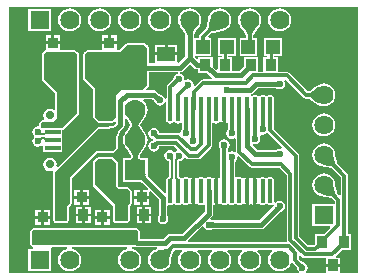
<source format=gtl>
G04*
G04 #@! TF.GenerationSoftware,Altium Limited,Altium Designer,19.1.7 (138)*
G04*
G04 Layer_Physical_Order=1*
G04 Layer_Color=255*
%FSLAX25Y25*%
%MOIN*%
G70*
G01*
G75*
%ADD11C,0.00984*%
%ADD13C,0.00787*%
%ADD16R,0.03543X0.03937*%
%ADD17R,0.04724X0.04724*%
%ADD18R,0.03740X0.03937*%
%ADD19R,0.03543X0.03740*%
%ADD20R,0.03740X0.03543*%
%ADD21R,0.05315X0.01575*%
%ADD22R,0.05906X0.07087*%
%ADD23R,0.05906X0.07480*%
%ADD24R,0.06299X0.04921*%
%ADD25R,0.03347X0.05512*%
%ADD26O,0.01575X0.08268*%
%ADD43C,0.01575*%
%ADD44C,0.01181*%
%ADD45C,0.07000*%
%ADD46R,0.07000X0.07000*%
%ADD47C,0.02756*%
%ADD48R,0.06400X0.06400*%
%ADD49C,0.06400*%
%ADD50R,0.06400X0.06400*%
%ADD51C,0.02362*%
G36*
X71553Y82108D02*
X70933Y82016D01*
X68419Y81507D01*
X68201Y81428D01*
X68041Y81351D01*
X67938Y81277D01*
X67103Y82112D01*
X67178Y82214D01*
X67255Y82375D01*
X67333Y82592D01*
X67414Y82867D01*
X67580Y83590D01*
X67843Y85106D01*
X67934Y85726D01*
X71553Y82108D01*
D02*
G37*
G36*
X63324Y82898D02*
X62173Y81106D01*
X62049Y80844D01*
X61961Y80615D01*
X61907Y80418D01*
X61890Y80254D01*
X60315D01*
X60297Y80418D01*
X60244Y80615D01*
X60155Y80844D01*
X60031Y81106D01*
X59872Y81400D01*
X59447Y82084D01*
X58880Y82898D01*
X58543Y83354D01*
X63661D01*
X63324Y82898D01*
D02*
G37*
G36*
X46063Y76811D02*
X47008Y75866D01*
X47008Y63583D01*
X45295Y61870D01*
X38333D01*
X36614Y60152D01*
Y52918D01*
X35350Y51653D01*
X30900Y51653D01*
X29528Y53026D01*
X29528Y62441D01*
X26260Y65709D01*
Y73740D01*
X26969Y74449D01*
X37913Y74449D01*
X40276Y76811D01*
X46063Y76811D01*
D02*
G37*
G36*
X57662Y64539D02*
X57548Y64520D01*
X57437Y64494D01*
X57330Y64462D01*
X57227Y64424D01*
X57127Y64380D01*
X57032Y64329D01*
X56941Y64273D01*
X56853Y64210D01*
X56769Y64142D01*
X56689Y64067D01*
X55854Y64902D01*
X55929Y64982D01*
X55998Y65065D01*
X56060Y65153D01*
X56117Y65245D01*
X56167Y65340D01*
X56211Y65439D01*
X56249Y65542D01*
X56281Y65649D01*
X56307Y65760D01*
X56327Y65875D01*
X57662Y64539D01*
D02*
G37*
G36*
X62440Y69271D02*
X62901Y68963D01*
X63445Y68855D01*
X63921D01*
Y67701D01*
X66864D01*
X68597Y65968D01*
X68390Y65468D01*
X65606D01*
X65139Y65375D01*
X64743Y65111D01*
X62988Y63355D01*
X62527Y63602D01*
X62531Y63622D01*
X62392Y64319D01*
X61997Y64911D01*
X61406Y65306D01*
X60709Y65444D01*
X60011Y65306D01*
X59708Y65103D01*
X59258Y65404D01*
X59319Y65709D01*
X59180Y66406D01*
X58785Y66997D01*
X58193Y67392D01*
X57808Y67469D01*
X57857Y67969D01*
X57874D01*
X58418Y68077D01*
X58879Y68385D01*
X61102Y70609D01*
X62440Y69271D01*
D02*
G37*
G36*
X90393Y62977D02*
X90347Y63007D01*
X90291Y63033D01*
X90226Y63057D01*
X90152Y63077D01*
X90069Y63095D01*
X89976Y63109D01*
X89763Y63128D01*
X89513Y63134D01*
Y64709D01*
X89643Y64710D01*
X89976Y64734D01*
X90069Y64748D01*
X90152Y64765D01*
X90226Y64786D01*
X90291Y64809D01*
X90347Y64836D01*
X90393Y64866D01*
Y62977D01*
D02*
G37*
G36*
X60795Y62444D02*
X60666Y62431D01*
X60543Y62412D01*
X60426Y62386D01*
X60314Y62354D01*
X60209Y62315D01*
X60109Y62270D01*
X60014Y62219D01*
X59926Y62161D01*
X59843Y62096D01*
X59766Y62025D01*
X59037Y62966D01*
X59116Y63050D01*
X59257Y63221D01*
X59318Y63309D01*
X59372Y63398D01*
X59421Y63489D01*
X59463Y63581D01*
X59500Y63675D01*
X59530Y63770D01*
X59553Y63867D01*
X60795Y62444D01*
D02*
G37*
G36*
X74457Y62785D02*
X74512Y62758D01*
X74577Y62734D01*
X74651Y62714D01*
X74735Y62697D01*
X74827Y62683D01*
X75040Y62664D01*
X75290Y62657D01*
Y61083D01*
X75160Y61081D01*
X74827Y61058D01*
X74735Y61043D01*
X74651Y61026D01*
X74577Y61006D01*
X74512Y60982D01*
X74457Y60956D01*
X74410Y60926D01*
Y62814D01*
X74457Y62785D01*
D02*
G37*
G36*
X57184Y67469D02*
X56799Y67392D01*
X56207Y66997D01*
X55812Y66406D01*
X55751Y66099D01*
X55680Y65986D01*
X55664Y65890D01*
X55647Y65818D01*
X55626Y65750D01*
X55603Y65687D01*
X55576Y65627D01*
X55547Y65570D01*
X55514Y65517D01*
X55476Y65465D01*
X55435Y65415D01*
X55375Y65351D01*
X55353Y65291D01*
X53842Y63780D01*
X53577Y63384D01*
X53484Y62917D01*
Y59501D01*
X53392Y59363D01*
X53332Y59060D01*
X52822Y59060D01*
X52786Y59241D01*
X52391Y59832D01*
X51800Y60227D01*
X51507Y60285D01*
X51464Y60315D01*
X51432Y60343D01*
X51414Y60350D01*
X51408Y60354D01*
X51399Y60356D01*
X51395Y60358D01*
X51370Y60372D01*
X51331Y60398D01*
X51291Y60427D01*
X51073Y60616D01*
X50994Y60693D01*
X50941Y60715D01*
X50292Y61363D01*
X49831Y61671D01*
X49288Y61779D01*
X46786D01*
X46594Y62241D01*
X47472Y63119D01*
X47664Y63583D01*
Y67969D01*
X57135D01*
X57184Y67469D01*
D02*
G37*
G36*
X50628Y60133D02*
X50880Y59914D01*
X50956Y59859D01*
X51027Y59812D01*
X51094Y59774D01*
X51157Y59745D01*
X51215Y59724D01*
X51269Y59713D01*
X49933Y58377D01*
X49921Y58431D01*
X49901Y58489D01*
X49872Y58552D01*
X49834Y58619D01*
X49787Y58690D01*
X49731Y58765D01*
X49594Y58929D01*
X49422Y59110D01*
X50536Y60224D01*
X50628Y60133D01*
D02*
G37*
G36*
X103866Y57717D02*
X103363Y58091D01*
X101225Y59508D01*
X101015Y59606D01*
X100848Y59665D01*
X100722Y59685D01*
Y60866D01*
X100848Y60886D01*
X101015Y60945D01*
X101225Y61043D01*
X101476Y61181D01*
X102105Y61575D01*
X103363Y62460D01*
X103866Y62834D01*
Y57717D01*
D02*
G37*
G36*
X117291Y819D02*
X111732D01*
X111268Y905D01*
X111268Y1319D01*
Y2980D01*
X108898D01*
X106527D01*
X106527Y905D01*
X106063Y819D01*
X99919D01*
X99767Y1319D01*
X99989Y1467D01*
X100384Y2059D01*
X100523Y2756D01*
X100384Y3453D01*
X99989Y4045D01*
X99398Y4440D01*
X99091Y4501D01*
X98978Y4572D01*
X98882Y4589D01*
X98810Y4605D01*
X98742Y4625D01*
X98679Y4649D01*
X98619Y4676D01*
X98563Y4705D01*
X98509Y4738D01*
X98457Y4775D01*
X98407Y4817D01*
X98343Y4877D01*
X98283Y4899D01*
X97544Y5638D01*
Y6691D01*
X98006Y6882D01*
X98625Y6263D01*
X99021Y5999D01*
X99488Y5906D01*
X106527D01*
Y3965D01*
X108898D01*
X111268D01*
Y6039D01*
X110069D01*
X109862Y6539D01*
X111999Y8677D01*
X115030D01*
Y13827D01*
X113872D01*
Y33411D01*
X113779Y33878D01*
X113514Y34274D01*
X110325Y37464D01*
X110317Y37498D01*
X110278Y37552D01*
X110241Y37628D01*
X110190Y37769D01*
X109694Y40219D01*
X109605Y40822D01*
X109540Y40929D01*
X109496Y41269D01*
X109112Y42195D01*
X108502Y42990D01*
X107707Y43600D01*
X106781Y43984D01*
X105787Y44115D01*
X104794Y43984D01*
X103868Y43600D01*
X103073Y42990D01*
X102463Y42195D01*
X102079Y41269D01*
X101948Y40276D01*
X102079Y39282D01*
X102463Y38356D01*
X103073Y37561D01*
X103868Y36951D01*
X104794Y36567D01*
X105134Y36522D01*
X105241Y36458D01*
X105853Y36368D01*
X107343Y36109D01*
X108030Y35952D01*
X108267Y35882D01*
X108435Y35822D01*
X108511Y35785D01*
X108565Y35746D01*
X108599Y35738D01*
X111431Y32906D01*
Y27011D01*
X110969Y26819D01*
X110325Y27463D01*
X110317Y27498D01*
X110278Y27552D01*
X110241Y27628D01*
X110190Y27770D01*
X109694Y30219D01*
X109605Y30822D01*
X109540Y30929D01*
X109496Y31269D01*
X109112Y32195D01*
X108502Y32990D01*
X107707Y33600D01*
X106781Y33984D01*
X105787Y34115D01*
X104794Y33984D01*
X103868Y33600D01*
X103073Y32990D01*
X102463Y32195D01*
X102079Y31269D01*
X101948Y30276D01*
X102079Y29282D01*
X102463Y28356D01*
X103073Y27561D01*
X103868Y26951D01*
X104794Y26567D01*
X105134Y26522D01*
X105241Y26458D01*
X105853Y26368D01*
X107343Y26109D01*
X108030Y25951D01*
X108267Y25882D01*
X108435Y25822D01*
X108511Y25785D01*
X108565Y25746D01*
X108599Y25738D01*
X109488Y24849D01*
Y24082D01*
X101981D01*
Y16469D01*
X107785D01*
X107976Y16007D01*
X105796Y13827D01*
X102766D01*
Y10403D01*
X102497Y10134D01*
X100734D01*
X97732Y13136D01*
Y39906D01*
X97639Y40372D01*
X97375Y40768D01*
X89193Y48950D01*
Y51444D01*
X89285Y51582D01*
X89394Y52126D01*
Y58819D01*
X89285Y59363D01*
X88977Y59824D01*
X88516Y60132D01*
X87972Y60240D01*
X87429Y60132D01*
X86968Y59824D01*
X86943Y59786D01*
X86443D01*
X86418Y59824D01*
X85957Y60132D01*
X85413Y60240D01*
X84869Y60132D01*
X84408Y59824D01*
X84384Y59787D01*
X83884D01*
X83859Y59824D01*
X83398Y60132D01*
X82854Y60240D01*
X82310Y60132D01*
X81849Y59824D01*
X81429Y59988D01*
X81614Y60518D01*
X81813Y60557D01*
X82274Y60865D01*
X83909Y62500D01*
X89446D01*
X89497Y62478D01*
X89726Y62472D01*
X89897Y62457D01*
X89952Y62449D01*
X89998Y62439D01*
X90027Y62431D01*
X90030Y62430D01*
X90038Y62425D01*
X90045Y62423D01*
X90063Y62415D01*
X90105Y62413D01*
X90157Y62403D01*
X90405Y62238D01*
X91102Y62099D01*
X91800Y62238D01*
X92391Y62633D01*
X92786Y63224D01*
X92925Y63921D01*
X92786Y64619D01*
X92713Y64728D01*
X92946Y65279D01*
X93155Y65318D01*
X99061Y59413D01*
X99457Y59148D01*
X99924Y59055D01*
X100590D01*
X100621Y59037D01*
X100687Y59026D01*
X100766Y58998D01*
X100902Y58934D01*
X102985Y57554D01*
X103474Y57190D01*
X103596Y57160D01*
X103868Y56951D01*
X104794Y56567D01*
X105787Y56437D01*
X106781Y56567D01*
X107707Y56951D01*
X108502Y57561D01*
X109112Y58356D01*
X109496Y59282D01*
X109626Y60276D01*
X109496Y61269D01*
X109112Y62195D01*
X108502Y62990D01*
X107707Y63600D01*
X106781Y63984D01*
X105787Y64115D01*
X104794Y63984D01*
X103868Y63600D01*
X103596Y63392D01*
X103474Y63361D01*
X102978Y62992D01*
X101741Y62121D01*
X101144Y61747D01*
X100927Y61629D01*
X100766Y61553D01*
X100687Y61525D01*
X100621Y61515D01*
X100590Y61496D01*
X100429D01*
X94291Y67634D01*
X93895Y67899D01*
X93428Y67992D01*
X90567D01*
Y72851D01*
X89210D01*
Y73370D01*
X91945D01*
Y79307D01*
X86008D01*
Y73370D01*
X86971D01*
Y72851D01*
X85614D01*
Y67992D01*
X84071D01*
Y72851D01*
X79118D01*
Y69710D01*
X77600Y68193D01*
X75370D01*
Y72851D01*
X74014D01*
Y73370D01*
X76669D01*
Y79307D01*
X70732D01*
Y73370D01*
X71774D01*
Y72851D01*
X70417D01*
Y68874D01*
X69917Y68667D01*
X68874Y69710D01*
Y72851D01*
X63921D01*
Y72462D01*
X63459Y72271D01*
X62860Y72870D01*
X63067Y73370D01*
X68402D01*
Y79307D01*
X67513D01*
X67321Y79769D01*
X68290Y80738D01*
X68325Y80746D01*
X68379Y80786D01*
X68455Y80822D01*
X68596Y80873D01*
X71046Y81370D01*
X71649Y81458D01*
X71756Y81523D01*
X72096Y81567D01*
X73022Y81951D01*
X73817Y82561D01*
X74427Y83356D01*
X74811Y84282D01*
X74941Y85276D01*
X74811Y86269D01*
X74427Y87195D01*
X73817Y87990D01*
X73022Y88600D01*
X72096Y88984D01*
X71102Y89115D01*
X70109Y88984D01*
X69183Y88600D01*
X68388Y87990D01*
X67778Y87195D01*
X67394Y86269D01*
X67349Y85929D01*
X67285Y85822D01*
X67195Y85210D01*
X66936Y83720D01*
X66778Y83033D01*
X66709Y82796D01*
X66649Y82628D01*
X66612Y82552D01*
X66573Y82498D01*
X66565Y82464D01*
X64609Y80509D01*
X64345Y80113D01*
X64252Y79646D01*
Y79307D01*
X62523D01*
Y80149D01*
X62542Y80184D01*
X62554Y80297D01*
X62585Y80411D01*
X62652Y80585D01*
X62748Y80787D01*
X63865Y82526D01*
X64189Y82964D01*
X64219Y83085D01*
X64427Y83356D01*
X64811Y84282D01*
X64941Y85276D01*
X64811Y86269D01*
X64427Y87195D01*
X63817Y87990D01*
X63022Y88600D01*
X62096Y88984D01*
X61102Y89115D01*
X60109Y88984D01*
X59183Y88600D01*
X58388Y87990D01*
X57778Y87195D01*
X57394Y86269D01*
X57263Y85276D01*
X57394Y84282D01*
X57778Y83356D01*
X57986Y83085D01*
X58016Y82964D01*
X58347Y82516D01*
X58899Y81724D01*
X59304Y81070D01*
X59446Y80809D01*
X59552Y80585D01*
X59619Y80411D01*
X59650Y80297D01*
X59662Y80184D01*
X59681Y80149D01*
Y73207D01*
X57516Y71041D01*
X57016Y71249D01*
Y73524D01*
X53268D01*
X49520D01*
Y71311D01*
X49520Y70957D01*
X49080Y70811D01*
X47664D01*
Y75866D01*
X47472Y76330D01*
X47181Y76621D01*
Y77083D01*
X46719D01*
X46527Y77275D01*
X46063Y77467D01*
X40276Y77467D01*
X39812Y77275D01*
X37642Y75105D01*
X37214D01*
X36740Y75169D01*
X36740Y75605D01*
Y77146D01*
X32000D01*
Y75605D01*
X31527Y75105D01*
X26969D01*
X26504Y74913D01*
X26292Y74701D01*
X26067D01*
Y74475D01*
X25796Y74204D01*
X25604Y73740D01*
Y65709D01*
X25796Y65245D01*
X28871Y62169D01*
X28871Y53026D01*
X29063Y52562D01*
X30435Y51190D01*
X30900Y50997D01*
X35350Y50997D01*
X35814Y51190D01*
X36143Y51518D01*
X36604Y51327D01*
Y50858D01*
X36001Y50255D01*
X35966Y50245D01*
X35878Y50176D01*
X35769Y50117D01*
X35579Y50038D01*
X35338Y49957D01*
X33059Y49482D01*
X33014Y49475D01*
X30591Y49475D01*
X30127Y49283D01*
X17115Y36271D01*
X16654Y36518D01*
X16771Y37106D01*
X16602Y37957D01*
X16120Y38679D01*
X15398Y39161D01*
X14547Y39330D01*
X13696Y39161D01*
X12975Y38679D01*
X12493Y37957D01*
X12323Y37106D01*
X12493Y36255D01*
X12975Y35534D01*
X13696Y35052D01*
X14547Y34883D01*
X15287Y35030D01*
X15560Y34797D01*
X15664Y34634D01*
X15604Y34488D01*
Y18465D01*
X15796Y18000D01*
X15837Y17960D01*
Y17693D01*
X16103D01*
X16150Y17646D01*
X16614Y17454D01*
X19803Y17454D01*
X20267Y17646D01*
X20314Y17693D01*
X20593D01*
Y17971D01*
X20621Y18000D01*
X20814Y18465D01*
Y22878D01*
X21566Y23630D01*
X21758Y24094D01*
X21758Y32484D01*
X30311Y41037D01*
X35590D01*
X36055Y41229D01*
X37078Y42252D01*
X37270Y42717D01*
X37270Y45481D01*
X37333Y45883D01*
X37521Y46843D01*
X37708Y47568D01*
X37794Y47823D01*
X37873Y48013D01*
X37932Y48122D01*
X38001Y48210D01*
X38011Y48245D01*
X39030Y49265D01*
X39338Y49726D01*
X39446Y50270D01*
Y52290D01*
X39946Y52452D01*
X40419Y51804D01*
X40965Y50993D01*
X41345Y50348D01*
X41381Y50276D01*
X41352Y50217D01*
X40076Y48269D01*
X39705Y47768D01*
X39675Y47647D01*
X39445Y47346D01*
X39031Y46348D01*
X38890Y45276D01*
X39031Y44204D01*
X39445Y43205D01*
X39674Y42906D01*
X39702Y42787D01*
X40419Y41804D01*
X40965Y40993D01*
X41345Y40348D01*
X41465Y40107D01*
X41544Y39917D01*
X41562Y39857D01*
X41561Y39849D01*
X41531Y39668D01*
X41495Y39532D01*
X41459Y39444D01*
X41438Y39410D01*
X41388Y39404D01*
X41346Y39382D01*
X38925D01*
Y31169D01*
X44141D01*
X44190Y31139D01*
X44243Y31152D01*
X44292Y31131D01*
X44384Y31169D01*
X44887D01*
X45011Y31099D01*
X45217Y30955D01*
X45756Y30499D01*
X46064Y30202D01*
X46116Y30181D01*
X47325Y28972D01*
X47118Y28472D01*
X45650D01*
Y26594D01*
X47626D01*
Y27964D01*
X48126Y28172D01*
X50823Y25474D01*
Y20638D01*
X50801Y20588D01*
X50795Y20359D01*
X50780Y20187D01*
X50771Y20132D01*
X50762Y20087D01*
X50754Y20058D01*
X50753Y20054D01*
X50748Y20046D01*
X50746Y20040D01*
X50738Y20022D01*
X50735Y19979D01*
X50726Y19928D01*
X50560Y19680D01*
X50422Y18982D01*
X50560Y18285D01*
X50955Y17694D01*
X51547Y17299D01*
X52244Y17160D01*
X52941Y17299D01*
X53533Y17694D01*
X53928Y18285D01*
X54066Y18982D01*
X53928Y19680D01*
X53762Y19928D01*
X53753Y19979D01*
X53750Y20022D01*
X53742Y20040D01*
X53741Y20046D01*
X53736Y20054D01*
X53734Y20058D01*
X53726Y20087D01*
X53717Y20132D01*
X53709Y20181D01*
X53689Y20469D01*
X53688Y20579D01*
X53665Y20632D01*
Y23378D01*
X54161Y23648D01*
X54705Y23540D01*
X55248Y23648D01*
X55674Y23932D01*
X55825Y23993D01*
X56144D01*
X56295Y23932D01*
X56720Y23648D01*
X57264Y23540D01*
X57807Y23648D01*
X58233Y23932D01*
X58384Y23993D01*
X58703D01*
X58854Y23932D01*
X59279Y23648D01*
X59823Y23540D01*
X60367Y23648D01*
X60798Y23936D01*
X60941Y24000D01*
X61357D01*
X61383Y23962D01*
X61841Y23655D01*
X61890Y23646D01*
Y28307D01*
Y32969D01*
X61841Y32959D01*
X61383Y32653D01*
X61357Y32614D01*
X60941D01*
X60798Y32678D01*
X60367Y32967D01*
X59823Y33075D01*
X59279Y32967D01*
X58854Y32682D01*
X58703Y32621D01*
X58384D01*
X58233Y32682D01*
X57807Y32967D01*
X57701Y32988D01*
Y33736D01*
X57728Y33875D01*
Y38302D01*
X58193Y38395D01*
X58785Y38790D01*
X59157Y39348D01*
X59249Y39424D01*
X59663Y39549D01*
X59996Y39216D01*
X60392Y38951D01*
X60859Y38858D01*
X64016D01*
X64483Y38951D01*
X64879Y39216D01*
X68363Y42700D01*
X68627Y43096D01*
X68720Y43563D01*
Y50789D01*
X68722Y50790D01*
X69220Y51010D01*
X69515Y50813D01*
X70059Y50705D01*
X70603Y50813D01*
X71035Y51101D01*
X71177Y51165D01*
X71593D01*
X71619Y51127D01*
X72077Y50820D01*
X72126Y50811D01*
Y55472D01*
X73110D01*
Y50811D01*
X73159Y50820D01*
X73457Y51020D01*
X73947Y50808D01*
X73957Y50798D01*
Y49251D01*
X73931Y49194D01*
X73928Y49106D01*
X73922Y49041D01*
X73911Y48979D01*
X73896Y48917D01*
X73878Y48856D01*
X73854Y48795D01*
X73826Y48734D01*
X73792Y48672D01*
X73753Y48608D01*
X73697Y48529D01*
X73667Y48399D01*
X73493Y48138D01*
X73355Y47441D01*
X73493Y46744D01*
X73888Y46152D01*
X74480Y45757D01*
X75177Y45619D01*
X75875Y45757D01*
X76016Y45852D01*
X76516Y45584D01*
Y41509D01*
X76281Y41317D01*
X76043Y41224D01*
X75875Y41336D01*
X75177Y41475D01*
X74480Y41336D01*
X74338Y41242D01*
X73838Y41509D01*
Y41811D01*
X73865Y41869D01*
X73867Y41957D01*
X73874Y42022D01*
X73884Y42084D01*
X73899Y42146D01*
X73918Y42207D01*
X73941Y42268D01*
X73969Y42329D01*
X74003Y42391D01*
X74042Y42454D01*
X74098Y42534D01*
X74128Y42664D01*
X74302Y42925D01*
X74440Y43622D01*
X74302Y44319D01*
X73907Y44911D01*
X73316Y45306D01*
X72618Y45445D01*
X71921Y45306D01*
X71329Y44911D01*
X70934Y44319D01*
X70796Y43622D01*
X70934Y42925D01*
X71108Y42664D01*
X71138Y42534D01*
X71194Y42454D01*
X71233Y42391D01*
X71267Y42329D01*
X71295Y42268D01*
X71319Y42207D01*
X71337Y42146D01*
X71352Y42084D01*
X71363Y42022D01*
X71369Y41957D01*
X71372Y41869D01*
X71398Y41811D01*
Y32982D01*
X71388Y32972D01*
X70898Y32760D01*
X70600Y32959D01*
X70551Y32969D01*
Y28307D01*
Y23646D01*
X70600Y23655D01*
X71058Y23962D01*
X71084Y24000D01*
X71500D01*
X71643Y23936D01*
X72074Y23648D01*
X72618Y23540D01*
X73162Y23648D01*
X73587Y23932D01*
X73738Y23993D01*
X74057D01*
X74208Y23932D01*
X74633Y23648D01*
X75177Y23540D01*
X75721Y23648D01*
X76146Y23932D01*
X76297Y23993D01*
X76616D01*
X76767Y23932D01*
X77192Y23648D01*
X77736Y23540D01*
X78280Y23648D01*
X78712Y23936D01*
X78854Y24000D01*
X79271D01*
X79296Y23962D01*
X79755Y23655D01*
X79803Y23646D01*
Y28307D01*
Y32969D01*
X79755Y32959D01*
X79296Y32653D01*
X79271Y32614D01*
X78854D01*
X78712Y32678D01*
X78280Y32967D01*
X77736Y33075D01*
X77192Y32967D01*
X76897Y32769D01*
X76399Y32989D01*
X76397Y32991D01*
Y37842D01*
X76424Y37900D01*
X76426Y37988D01*
X76433Y38052D01*
X76443Y38115D01*
X76458Y38177D01*
X76477Y38238D01*
X76500Y38298D01*
X76528Y38360D01*
X76562Y38422D01*
X76601Y38485D01*
X76657Y38564D01*
X76687Y38695D01*
X76861Y38955D01*
X76999Y39653D01*
X76985Y39727D01*
X77446Y39974D01*
X81058Y36362D01*
X81453Y36097D01*
X81920Y36004D01*
X90932D01*
X93504Y33432D01*
Y11890D01*
X93561Y11602D01*
X93256Y11102D01*
X60605D01*
X60580Y11133D01*
X60423Y11602D01*
X65345Y16524D01*
X65824Y16379D01*
X65836Y16316D01*
X66231Y15725D01*
X66822Y15330D01*
X67520Y15191D01*
X68217Y15330D01*
X68465Y15496D01*
X68517Y15505D01*
X68559Y15507D01*
X68577Y15516D01*
X68584Y15517D01*
X68591Y15522D01*
X68595Y15524D01*
X68624Y15531D01*
X68669Y15541D01*
X68719Y15549D01*
X69006Y15569D01*
X69117Y15570D01*
X69169Y15593D01*
X84966D01*
X85510Y15701D01*
X85971Y16009D01*
X90936Y20974D01*
X90988Y20994D01*
X91154Y21152D01*
X91286Y21262D01*
X91331Y21295D01*
X91370Y21321D01*
X91395Y21335D01*
X91399Y21337D01*
X91408Y21339D01*
X91414Y21343D01*
X91432Y21349D01*
X91464Y21378D01*
X91507Y21408D01*
X91800Y21466D01*
X92391Y21861D01*
X92786Y22452D01*
X92925Y23150D01*
X92786Y23847D01*
X92391Y24438D01*
X91800Y24833D01*
X91102Y24972D01*
X90405Y24833D01*
X89814Y24438D01*
X89793Y24408D01*
X89322Y24603D01*
X89394Y24961D01*
Y31654D01*
X89285Y32197D01*
X88977Y32658D01*
X88516Y32967D01*
X87972Y33075D01*
X87429Y32967D01*
X87003Y32682D01*
X86853Y32621D01*
X86533D01*
X86382Y32682D01*
X85957Y32967D01*
X85413Y33075D01*
X84869Y32967D01*
X84438Y32678D01*
X84295Y32614D01*
X83879D01*
X83853Y32653D01*
X83395Y32959D01*
X83346Y32969D01*
Y28307D01*
Y23646D01*
X83395Y23655D01*
X83853Y23962D01*
X83879Y24000D01*
X84295D01*
X84438Y23936D01*
X84869Y23648D01*
X85413Y23540D01*
X85957Y23648D01*
X86382Y23932D01*
X86533Y23993D01*
X86853D01*
X87003Y23932D01*
X87429Y23648D01*
X87972Y23540D01*
X88516Y23648D01*
X88623Y23719D01*
X88651Y23724D01*
X88753Y23717D01*
X89151Y23471D01*
X89144Y23252D01*
X89029Y23120D01*
X88952Y23041D01*
X88931Y22988D01*
X84378Y18435D01*
X69176D01*
X69125Y18457D01*
X68896Y18463D01*
X68725Y18478D01*
X68669Y18487D01*
X68624Y18496D01*
X68595Y18504D01*
X68591Y18505D01*
X68584Y18510D01*
X68577Y18511D01*
X68559Y18520D01*
X68517Y18522D01*
X68465Y18532D01*
X68217Y18698D01*
X68154Y18710D01*
X68009Y19188D01*
X68505Y19684D01*
X68813Y20145D01*
X68921Y20689D01*
Y23453D01*
X69421Y23720D01*
X69518Y23655D01*
X69567Y23646D01*
Y28307D01*
Y32969D01*
X69518Y32959D01*
X69060Y32653D01*
X69034Y32614D01*
X68618D01*
X68476Y32678D01*
X68044Y32967D01*
X67500Y33075D01*
X66956Y32967D01*
X66531Y32682D01*
X66380Y32621D01*
X66061D01*
X65910Y32682D01*
X65485Y32967D01*
X64941Y33075D01*
X64397Y32967D01*
X63965Y32678D01*
X63823Y32614D01*
X63407D01*
X63381Y32653D01*
X62923Y32959D01*
X62874Y32969D01*
Y28307D01*
Y23646D01*
X62923Y23655D01*
X63381Y23962D01*
X63407Y24000D01*
X63823D01*
X63965Y23936D01*
X64397Y23648D01*
X64941Y23540D01*
X65485Y23648D01*
X65579Y23711D01*
X66079Y23444D01*
Y21277D01*
X58711Y13909D01*
X54654D01*
X54110Y13801D01*
X53649Y13493D01*
X52482Y12326D01*
X44711D01*
Y14606D01*
X44519Y15070D01*
X43968Y15621D01*
X43504Y15814D01*
X9055Y15814D01*
X9055Y15814D01*
X8591Y15621D01*
X8158Y15189D01*
X7966Y14724D01*
X7966Y10590D01*
X8158Y10126D01*
X8591Y9693D01*
X8860Y9582D01*
X8761Y9082D01*
X7296D01*
Y1469D01*
X14909D01*
Y9001D01*
X14909Y9082D01*
X15104Y9501D01*
X20207D01*
X20239Y9001D01*
X20109Y8984D01*
X19183Y8601D01*
X18388Y7990D01*
X17777Y7195D01*
X17394Y6269D01*
X17263Y5276D01*
X17394Y4282D01*
X17777Y3356D01*
X18388Y2561D01*
X19183Y1951D01*
X20109Y1567D01*
X21102Y1437D01*
X22096Y1567D01*
X23022Y1951D01*
X23817Y2561D01*
X24427Y3356D01*
X24811Y4282D01*
X24941Y5276D01*
X24811Y6269D01*
X24427Y7195D01*
X23817Y7990D01*
X23022Y8601D01*
X22096Y8984D01*
X21965Y9001D01*
X21998Y9501D01*
X40207D01*
X40239Y9001D01*
X40109Y8984D01*
X39183Y8601D01*
X38388Y7990D01*
X37778Y7195D01*
X37394Y6269D01*
X37263Y5276D01*
X37394Y4282D01*
X37778Y3356D01*
X38388Y2561D01*
X39183Y1951D01*
X40109Y1567D01*
X41102Y1437D01*
X42096Y1567D01*
X43022Y1951D01*
X43817Y2561D01*
X44427Y3356D01*
X44811Y4282D01*
X44941Y5276D01*
X44811Y6269D01*
X44427Y7195D01*
X43817Y7990D01*
X43022Y8601D01*
X42096Y8984D01*
X41965Y9001D01*
X41998Y9501D01*
X43543D01*
X43557Y9507D01*
X43669Y9484D01*
X50080D01*
X50112Y8985D01*
X50109Y8984D01*
X49183Y8601D01*
X48388Y7990D01*
X47778Y7195D01*
X47394Y6269D01*
X47263Y5276D01*
X47394Y4282D01*
X47778Y3356D01*
X48388Y2561D01*
X49183Y1951D01*
X50109Y1567D01*
X51102Y1437D01*
X52096Y1567D01*
X53022Y1951D01*
X53817Y2561D01*
X54427Y3356D01*
X54811Y4282D01*
X54855Y4622D01*
X54920Y4730D01*
X55010Y5341D01*
X55268Y6831D01*
X55426Y7518D01*
X55496Y7756D01*
X55556Y7923D01*
X55593Y7999D01*
X55632Y8053D01*
X55640Y8088D01*
X56214Y8662D01*
X58441D01*
X58611Y8162D01*
X58388Y7990D01*
X57778Y7195D01*
X57394Y6269D01*
X57263Y5276D01*
X57394Y4282D01*
X57778Y3356D01*
X58388Y2561D01*
X59183Y1951D01*
X60109Y1567D01*
X61102Y1437D01*
X62096Y1567D01*
X63022Y1951D01*
X63817Y2561D01*
X64427Y3356D01*
X64811Y4282D01*
X64941Y5276D01*
X64811Y6269D01*
X64427Y7195D01*
X63817Y7990D01*
X63594Y8162D01*
X63764Y8662D01*
X68441D01*
X68611Y8162D01*
X68388Y7990D01*
X67778Y7195D01*
X67394Y6269D01*
X67263Y5276D01*
X67394Y4282D01*
X67778Y3356D01*
X68388Y2561D01*
X69183Y1951D01*
X70109Y1567D01*
X71102Y1437D01*
X72096Y1567D01*
X73022Y1951D01*
X73817Y2561D01*
X74427Y3356D01*
X74811Y4282D01*
X74941Y5276D01*
X74811Y6269D01*
X74427Y7195D01*
X73817Y7990D01*
X73594Y8162D01*
X73764Y8662D01*
X78441D01*
X78611Y8162D01*
X78388Y7990D01*
X77777Y7195D01*
X77394Y6269D01*
X77263Y5276D01*
X77394Y4282D01*
X77777Y3356D01*
X78388Y2561D01*
X79183Y1951D01*
X80109Y1567D01*
X81102Y1437D01*
X82096Y1567D01*
X83022Y1951D01*
X83817Y2561D01*
X84427Y3356D01*
X84811Y4282D01*
X84941Y5276D01*
X84811Y6269D01*
X84427Y7195D01*
X83817Y7990D01*
X83594Y8162D01*
X83764Y8662D01*
X88441D01*
X88611Y8162D01*
X88388Y7990D01*
X87778Y7195D01*
X87394Y6269D01*
X87263Y5276D01*
X87394Y4282D01*
X87778Y3356D01*
X88388Y2561D01*
X89183Y1951D01*
X90109Y1567D01*
X91102Y1437D01*
X92096Y1567D01*
X93022Y1951D01*
X93817Y2561D01*
X94427Y3356D01*
X94811Y4282D01*
X94817Y4333D01*
X95338Y4455D01*
X95461Y4270D01*
X96558Y3173D01*
X96580Y3114D01*
X96640Y3050D01*
X96681Y3000D01*
X96718Y2948D01*
X96751Y2894D01*
X96781Y2838D01*
X96808Y2778D01*
X96831Y2715D01*
X96851Y2647D01*
X96868Y2575D01*
X96885Y2479D01*
X96956Y2365D01*
X97017Y2059D01*
X97412Y1467D01*
X97634Y1319D01*
X97483Y819D01*
X819D01*
Y89732D01*
X117291D01*
Y819D01*
D02*
G37*
G36*
X86007Y50441D02*
X86018Y50333D01*
X86036Y50227D01*
X86061Y50122D01*
X86092Y50019D01*
X86131Y49918D01*
X86177Y49818D01*
X86230Y49720D01*
X86291Y49623D01*
X86358Y49528D01*
X84469D01*
X84536Y49623D01*
X84596Y49720D01*
X84649Y49818D01*
X84695Y49918D01*
X84734Y50019D01*
X84766Y50122D01*
X84791Y50227D01*
X84809Y50333D01*
X84819Y50441D01*
X84823Y50550D01*
X86004D01*
X86007Y50441D01*
D02*
G37*
G36*
X37485Y48615D02*
X37382Y48484D01*
X37280Y48297D01*
X37179Y48053D01*
X37079Y47754D01*
X36881Y46988D01*
X36687Y45997D01*
X36614Y45532D01*
X36614Y42717D01*
X35590Y41693D01*
X30039D01*
X21102Y32756D01*
X21102Y24094D01*
X20157Y23150D01*
Y18465D01*
X19803Y18110D01*
X16614Y18110D01*
X16260Y18465D01*
Y34488D01*
X30591Y48819D01*
X33063Y48819D01*
X33174Y48836D01*
X35510Y49323D01*
X35809Y49423D01*
X36053Y49524D01*
X36240Y49626D01*
X36371Y49729D01*
X37485Y48615D01*
D02*
G37*
G36*
X75771Y49063D02*
X75782Y48955D01*
X75800Y48849D01*
X75824Y48744D01*
X75856Y48641D01*
X75895Y48540D01*
X75941Y48440D01*
X75994Y48342D01*
X76054Y48245D01*
X76122Y48150D01*
X74233D01*
X74300Y48245D01*
X74360Y48342D01*
X74413Y48440D01*
X74459Y48540D01*
X74498Y48641D01*
X74530Y48744D01*
X74555Y48849D01*
X74572Y48955D01*
X74583Y49063D01*
X74587Y49172D01*
X75768D01*
X75771Y49063D01*
D02*
G37*
G36*
X60417D02*
X60428Y48955D01*
X60445Y48849D01*
X60470Y48744D01*
X60502Y48641D01*
X60541Y48540D01*
X60587Y48440D01*
X60640Y48342D01*
X60700Y48245D01*
X60767Y48150D01*
X58878D01*
X58946Y48245D01*
X59006Y48342D01*
X59059Y48440D01*
X59105Y48540D01*
X59144Y48641D01*
X59176Y48744D01*
X59201Y48849D01*
X59218Y48955D01*
X59229Y49063D01*
X59232Y49172D01*
X60413D01*
X60417Y49063D01*
D02*
G37*
G36*
X48927Y58710D02*
X48946Y58658D01*
X49104Y58492D01*
X49215Y58360D01*
X49248Y58315D01*
X49273Y58276D01*
X49288Y58250D01*
X49290Y58247D01*
X49292Y58237D01*
X49296Y58232D01*
X49302Y58213D01*
X49331Y58182D01*
X49360Y58139D01*
X49419Y57846D01*
X49814Y57255D01*
X50405Y56860D01*
X51102Y56721D01*
X51800Y56860D01*
X52391Y57255D01*
X52786Y57846D01*
X53284Y57785D01*
Y52126D01*
X53392Y51582D01*
X53700Y51121D01*
X54161Y50813D01*
X54705Y50705D01*
X55248Y50813D01*
X55709Y51121D01*
X55734Y51158D01*
X56234D01*
X56259Y51121D01*
X56720Y50813D01*
X57264Y50705D01*
X57807Y50813D01*
X58103Y51010D01*
X58601Y50790D01*
X58603Y50789D01*
Y49251D01*
X58577Y49194D01*
X58574Y49106D01*
X58567Y49041D01*
X58557Y48979D01*
X58542Y48917D01*
X58523Y48856D01*
X58500Y48795D01*
X58472Y48734D01*
X58438Y48672D01*
X58399Y48608D01*
X58343Y48529D01*
X58313Y48399D01*
X58139Y48138D01*
X58079Y47835D01*
X58036Y47775D01*
X57522Y47480D01*
X57323Y47519D01*
X50941D01*
X50818Y48138D01*
X50422Y48730D01*
X49831Y49125D01*
X49134Y49263D01*
X48436Y49125D01*
X47845Y48730D01*
X47450Y48138D01*
X47311Y47441D01*
X47450Y46744D01*
X47845Y46152D01*
X48436Y45757D01*
X48849Y45675D01*
X48959Y45459D01*
X48890Y45122D01*
X48752Y44936D01*
X48436Y44873D01*
X47845Y44478D01*
X47450Y43886D01*
X47311Y43189D01*
X47450Y42492D01*
X47845Y41900D01*
X48436Y41505D01*
X49134Y41367D01*
X49831Y41505D01*
X50423Y41900D01*
X50818Y42492D01*
X50880Y42808D01*
X50951Y42922D01*
X50967Y43015D01*
X50983Y43085D01*
X51002Y43150D01*
X51017Y43189D01*
X56023D01*
X56967Y42245D01*
X56841Y41831D01*
X56765Y41740D01*
X56207Y41367D01*
X55816D01*
X55225Y41763D01*
X54528Y41901D01*
X53830Y41763D01*
X53239Y41367D01*
X52844Y40776D01*
X52705Y40079D01*
X52844Y39381D01*
X53239Y38790D01*
X53830Y38395D01*
X54295Y38302D01*
Y34563D01*
X54268Y34424D01*
Y32988D01*
X54161Y32967D01*
X53700Y32658D01*
X53392Y32197D01*
X53284Y31654D01*
Y27740D01*
X52784Y27533D01*
X48133Y32184D01*
X48114Y32234D01*
X47551Y32840D01*
X47357Y33082D01*
X47208Y33297D01*
X47138Y33420D01*
Y33923D01*
X47176Y34015D01*
X47155Y34065D01*
X47168Y34117D01*
X47138Y34166D01*
Y39382D01*
X44717D01*
X44675Y39404D01*
X44625Y39410D01*
X44604Y39444D01*
X44568Y39532D01*
X44532Y39668D01*
X44502Y39849D01*
X44501Y39857D01*
X44519Y39917D01*
X44598Y40107D01*
X44711Y40334D01*
X45987Y42282D01*
X46358Y42783D01*
X46388Y42904D01*
X46618Y43205D01*
X47032Y44204D01*
X47173Y45276D01*
X47032Y46348D01*
X46618Y47346D01*
X46389Y47645D01*
X46360Y47764D01*
X45644Y48747D01*
X45098Y49558D01*
X44718Y50204D01*
X44682Y50276D01*
X44711Y50334D01*
X45987Y52282D01*
X46358Y52783D01*
X46388Y52904D01*
X46618Y53205D01*
X47032Y54204D01*
X47173Y55276D01*
X47032Y56348D01*
X46618Y57346D01*
X45960Y58204D01*
X45657Y58437D01*
X45826Y58937D01*
X48699D01*
X48927Y58710D01*
D02*
G37*
G36*
X45448Y52658D02*
X44141Y50661D01*
X44000Y50379D01*
X43957Y50276D01*
X44000Y50172D01*
X44141Y49890D01*
X44543Y49208D01*
X45106Y48371D01*
X45830Y47377D01*
X40233D01*
X40615Y47894D01*
X41922Y49890D01*
X42063Y50172D01*
X42106Y50276D01*
X42063Y50379D01*
X41922Y50661D01*
X41520Y51343D01*
X40957Y52180D01*
X40233Y53174D01*
X45830D01*
X45448Y52658D01*
D02*
G37*
G36*
X87247Y47445D02*
X91838Y42854D01*
X91823Y42740D01*
X91268Y42341D01*
X91102Y42374D01*
X90405Y42235D01*
X89946Y41928D01*
X89724Y41972D01*
X83620D01*
X82106Y43486D01*
X82353Y43947D01*
X82854Y43847D01*
X83552Y43986D01*
X84143Y44381D01*
X84538Y44972D01*
X84677Y45669D01*
X84538Y46367D01*
X84431Y46527D01*
X84465Y46747D01*
X84950Y47089D01*
X85413Y46996D01*
X86111Y47135D01*
X86702Y47530D01*
X87247Y47445D01*
D02*
G37*
G36*
X83448Y47291D02*
X83459Y47184D01*
X83477Y47077D01*
X83501Y46973D01*
X83533Y46870D01*
X83572Y46768D01*
X83618Y46668D01*
X83671Y46570D01*
X83732Y46474D01*
X83799Y46378D01*
X81910D01*
X81977Y46474D01*
X82037Y46570D01*
X82090Y46668D01*
X82136Y46768D01*
X82175Y46870D01*
X82207Y46973D01*
X82232Y47077D01*
X82250Y47184D01*
X82260Y47291D01*
X82264Y47401D01*
X83445D01*
X83448Y47291D01*
D02*
G37*
G36*
X50315Y47329D02*
X50325Y47270D01*
X50342Y47209D01*
X50368Y47146D01*
X50402Y47080D01*
X50444Y47012D01*
X50494Y46942D01*
X50552Y46869D01*
X50693Y46717D01*
X49858Y45882D01*
X49781Y45956D01*
X49633Y46081D01*
X49563Y46131D01*
X49494Y46173D01*
X49429Y46207D01*
X49365Y46233D01*
X49305Y46250D01*
X49246Y46260D01*
X49189Y46261D01*
X50314Y47385D01*
X50315Y47329D01*
D02*
G37*
G36*
X62976Y46425D02*
X62987Y46317D01*
X63004Y46211D01*
X63029Y46106D01*
X63061Y46003D01*
X63100Y45902D01*
X63146Y45802D01*
X63199Y45704D01*
X63259Y45607D01*
X63326Y45512D01*
X61437D01*
X61505Y45607D01*
X61565Y45704D01*
X61618Y45802D01*
X61664Y45902D01*
X61703Y46003D01*
X61735Y46106D01*
X61760Y46211D01*
X61777Y46317D01*
X61788Y46425D01*
X61791Y46535D01*
X62972D01*
X62976Y46425D01*
D02*
G37*
G36*
X50772Y43992D02*
X50697Y43912D01*
X50629Y43829D01*
X50566Y43742D01*
X50510Y43651D01*
X50460Y43556D01*
X50416Y43458D01*
X50379Y43357D01*
X50348Y43251D01*
X50323Y43142D01*
X50304Y43030D01*
X48974Y44359D01*
X49087Y44378D01*
X49196Y44403D01*
X49301Y44434D01*
X49403Y44472D01*
X49501Y44515D01*
X49596Y44565D01*
X49686Y44621D01*
X49773Y44684D01*
X49857Y44752D01*
X49937Y44827D01*
X50772Y43992D01*
D02*
G37*
G36*
X73495Y42818D02*
X73435Y42721D01*
X73382Y42623D01*
X73336Y42523D01*
X73297Y42422D01*
X73265Y42319D01*
X73241Y42214D01*
X73223Y42108D01*
X73212Y42000D01*
X73209Y41890D01*
X72028D01*
X72024Y42000D01*
X72013Y42108D01*
X71996Y42214D01*
X71971Y42319D01*
X71939Y42422D01*
X71900Y42523D01*
X71854Y42623D01*
X71801Y42721D01*
X71741Y42818D01*
X71674Y42913D01*
X73563D01*
X73495Y42818D01*
D02*
G37*
G36*
X45448Y42658D02*
X44141Y40661D01*
X44000Y40379D01*
X43899Y40135D01*
X43839Y39931D01*
X43837Y39917D01*
X43850Y39767D01*
X43890Y39529D01*
X43945Y39323D01*
X44016Y39148D01*
X44102Y39006D01*
X44205Y38894D01*
X44323Y38815D01*
X44457Y38767D01*
X44606Y38752D01*
X41457D01*
X41606Y38767D01*
X41740Y38815D01*
X41858Y38894D01*
X41961Y39006D01*
X42047Y39148D01*
X42118Y39323D01*
X42173Y39529D01*
X42213Y39767D01*
X42226Y39917D01*
X42224Y39931D01*
X42164Y40135D01*
X42063Y40379D01*
X41922Y40661D01*
X41520Y41343D01*
X40957Y42180D01*
X40233Y43174D01*
X45830D01*
X45448Y42658D01*
D02*
G37*
G36*
X57390Y38902D02*
X57371Y38901D01*
X57348Y38892D01*
X57320Y38877D01*
X57287Y38855D01*
X57249Y38827D01*
X57159Y38751D01*
X56987Y38587D01*
X56430Y39144D01*
X56461Y39176D01*
X56486Y39206D01*
X56507Y39236D01*
X56524Y39264D01*
X56536Y39291D01*
X56543Y39317D01*
X56546Y39341D01*
X56543Y39364D01*
X56537Y39386D01*
X56525Y39406D01*
X57390Y38902D01*
D02*
G37*
G36*
X55487Y39386D02*
X55480Y39364D01*
X55478Y39341D01*
X55481Y39317D01*
X55488Y39291D01*
X55500Y39264D01*
X55516Y39236D01*
X55537Y39206D01*
X55563Y39176D01*
X55593Y39144D01*
X55037Y38587D01*
X54974Y38648D01*
X54737Y38855D01*
X54704Y38877D01*
X54676Y38892D01*
X54652Y38901D01*
X54634Y38902D01*
X55498Y39406D01*
X55487Y39386D01*
D02*
G37*
G36*
X76054Y38848D02*
X75994Y38752D01*
X75941Y38653D01*
X75895Y38554D01*
X75856Y38452D01*
X75824Y38349D01*
X75800Y38245D01*
X75782Y38138D01*
X75771Y38030D01*
X75768Y37921D01*
X74587D01*
X74583Y38030D01*
X74572Y38138D01*
X74555Y38245D01*
X74530Y38349D01*
X74498Y38452D01*
X74459Y38554D01*
X74413Y38653D01*
X74360Y38752D01*
X74300Y38848D01*
X74233Y38943D01*
X76122D01*
X76054Y38848D01*
D02*
G37*
G36*
X109047Y40106D02*
X109556Y37592D01*
X109635Y37374D01*
X109712Y37214D01*
X109786Y37112D01*
X108951Y36277D01*
X108849Y36351D01*
X108688Y36428D01*
X108471Y36507D01*
X108196Y36587D01*
X107473Y36753D01*
X105957Y37016D01*
X105337Y37108D01*
X108956Y40726D01*
X109047Y40106D01*
D02*
G37*
G36*
X46430Y33892D02*
X46386Y33747D01*
Y33580D01*
X46430Y33391D01*
X46520Y33180D01*
X46653Y32946D01*
X46831Y32690D01*
X47054Y32411D01*
X47633Y31788D01*
X46520Y30674D01*
X46197Y30986D01*
X45617Y31476D01*
X45361Y31654D01*
X45127Y31788D01*
X44916Y31877D01*
X44727Y31921D01*
X44560D01*
X44415Y31877D01*
X44292Y31788D01*
X46520Y34015D01*
X46430Y33892D01*
D02*
G37*
G36*
X109047Y30106D02*
X109556Y27592D01*
X109635Y27375D01*
X109712Y27214D01*
X109786Y27112D01*
X108951Y26276D01*
X108849Y26351D01*
X108688Y26428D01*
X108471Y26507D01*
X108196Y26587D01*
X107473Y26753D01*
X105957Y27016D01*
X105337Y27108D01*
X108956Y30726D01*
X109047Y30106D01*
D02*
G37*
G36*
X91269Y21980D02*
X91215Y21969D01*
X91156Y21948D01*
X91094Y21919D01*
X91027Y21881D01*
X90956Y21834D01*
X90880Y21779D01*
X90716Y21641D01*
X90535Y21469D01*
X89422Y22583D01*
X89512Y22675D01*
X89731Y22928D01*
X89787Y23003D01*
X89833Y23074D01*
X89872Y23141D01*
X89901Y23204D01*
X89921Y23262D01*
X89933Y23316D01*
X91269Y21980D01*
D02*
G37*
G36*
X53033Y20442D02*
X53057Y20109D01*
X53071Y20016D01*
X53088Y19933D01*
X53108Y19859D01*
X53132Y19794D01*
X53159Y19738D01*
X53189Y19692D01*
X51300D01*
X51329Y19738D01*
X51356Y19794D01*
X51380Y19859D01*
X51400Y19933D01*
X51417Y20016D01*
X51432Y20109D01*
X51450Y20322D01*
X51457Y20571D01*
X53031D01*
X53033Y20442D01*
D02*
G37*
G36*
X68275Y17928D02*
X68331Y17902D01*
X68396Y17878D01*
X68470Y17858D01*
X68553Y17840D01*
X68646Y17826D01*
X68859Y17808D01*
X69109Y17801D01*
Y16226D01*
X68979Y16225D01*
X68646Y16201D01*
X68553Y16187D01*
X68470Y16170D01*
X68396Y16149D01*
X68331Y16126D01*
X68275Y16099D01*
X68229Y16069D01*
Y17958D01*
X68275Y17928D01*
D02*
G37*
G36*
X44055Y14606D02*
Y10669D01*
X43543Y10158D01*
X9055D01*
X8622Y10590D01*
X8622Y14724D01*
X9055Y15157D01*
X43504Y15157D01*
X44055Y14606D01*
D02*
G37*
G36*
X55101Y8440D02*
X55027Y8337D01*
X54950Y8177D01*
X54871Y7959D01*
X54791Y7684D01*
X54625Y6961D01*
X54362Y5445D01*
X54270Y4825D01*
X50652Y8444D01*
X51272Y8535D01*
X53786Y9045D01*
X54003Y9123D01*
X54164Y9200D01*
X54266Y9275D01*
X55101Y8440D01*
D02*
G37*
G36*
X97974Y4323D02*
X98058Y4254D01*
X98145Y4192D01*
X98237Y4135D01*
X98332Y4085D01*
X98431Y4041D01*
X98535Y4003D01*
X98642Y3971D01*
X98752Y3945D01*
X98867Y3925D01*
X97531Y2590D01*
X97512Y2704D01*
X97486Y2815D01*
X97454Y2922D01*
X97416Y3025D01*
X97372Y3125D01*
X97321Y3220D01*
X97265Y3311D01*
X97202Y3399D01*
X97134Y3483D01*
X97059Y3563D01*
X97894Y4398D01*
X97974Y4323D01*
D02*
G37*
%LPC*%
G36*
X14909Y89082D02*
X7296D01*
Y81469D01*
X14909D01*
Y89082D01*
D02*
G37*
G36*
X91102Y89115D02*
X90109Y88984D01*
X89183Y88600D01*
X88388Y87990D01*
X87778Y87195D01*
X87394Y86269D01*
X87263Y85276D01*
X87394Y84282D01*
X87778Y83356D01*
X88388Y82561D01*
X89183Y81951D01*
X90109Y81567D01*
X91102Y81437D01*
X92096Y81567D01*
X93022Y81951D01*
X93817Y82561D01*
X94427Y83356D01*
X94811Y84282D01*
X94941Y85276D01*
X94811Y86269D01*
X94427Y87195D01*
X93817Y87990D01*
X93022Y88600D01*
X92096Y88984D01*
X91102Y89115D01*
D02*
G37*
G36*
X51102D02*
X50109Y88984D01*
X49183Y88600D01*
X48388Y87990D01*
X47778Y87195D01*
X47394Y86269D01*
X47263Y85276D01*
X47394Y84282D01*
X47778Y83356D01*
X48388Y82561D01*
X49183Y81951D01*
X50109Y81567D01*
X51102Y81437D01*
X52096Y81567D01*
X53022Y81951D01*
X53817Y82561D01*
X54427Y83356D01*
X54811Y84282D01*
X54941Y85276D01*
X54811Y86269D01*
X54427Y87195D01*
X53817Y87990D01*
X53022Y88600D01*
X52096Y88984D01*
X51102Y89115D01*
D02*
G37*
G36*
X41102D02*
X40109Y88984D01*
X39183Y88600D01*
X38388Y87990D01*
X37778Y87195D01*
X37394Y86269D01*
X37263Y85276D01*
X37394Y84282D01*
X37778Y83356D01*
X38388Y82561D01*
X39183Y81951D01*
X40109Y81567D01*
X41102Y81437D01*
X42096Y81567D01*
X43022Y81951D01*
X43817Y82561D01*
X44427Y83356D01*
X44811Y84282D01*
X44941Y85276D01*
X44811Y86269D01*
X44427Y87195D01*
X43817Y87990D01*
X43022Y88600D01*
X42096Y88984D01*
X41102Y89115D01*
D02*
G37*
G36*
X31102D02*
X30109Y88984D01*
X29183Y88600D01*
X28388Y87990D01*
X27777Y87195D01*
X27394Y86269D01*
X27263Y85276D01*
X27394Y84282D01*
X27777Y83356D01*
X28388Y82561D01*
X29183Y81951D01*
X30109Y81567D01*
X31102Y81437D01*
X32096Y81567D01*
X33022Y81951D01*
X33817Y82561D01*
X34427Y83356D01*
X34811Y84282D01*
X34941Y85276D01*
X34811Y86269D01*
X34427Y87195D01*
X33817Y87990D01*
X33022Y88600D01*
X32096Y88984D01*
X31102Y89115D01*
D02*
G37*
G36*
X21102D02*
X20109Y88984D01*
X19183Y88600D01*
X18388Y87990D01*
X17777Y87195D01*
X17394Y86269D01*
X17263Y85276D01*
X17394Y84282D01*
X17777Y83356D01*
X18388Y82561D01*
X19183Y81951D01*
X20109Y81567D01*
X21102Y81437D01*
X22096Y81567D01*
X23022Y81951D01*
X23817Y82561D01*
X24427Y83356D01*
X24811Y84282D01*
X24941Y85276D01*
X24811Y86269D01*
X24427Y87195D01*
X23817Y87990D01*
X23022Y88600D01*
X22096Y88984D01*
X21102Y89115D01*
D02*
G37*
G36*
X36740Y80106D02*
X34862D01*
Y78130D01*
X36740D01*
Y80106D01*
D02*
G37*
G36*
X33878D02*
X32000D01*
Y78130D01*
X33878D01*
Y80106D01*
D02*
G37*
G36*
X17842D02*
X15965D01*
Y78130D01*
X17842D01*
Y80106D01*
D02*
G37*
G36*
X14980D02*
X13102D01*
Y78130D01*
X14980D01*
Y80106D01*
D02*
G37*
G36*
X57016Y77075D02*
X53760D01*
Y74508D01*
X57016D01*
Y77075D01*
D02*
G37*
G36*
X52776D02*
X49520D01*
Y74508D01*
X52776D01*
Y77075D01*
D02*
G37*
G36*
X81102Y89115D02*
X80109Y88984D01*
X79183Y88600D01*
X78388Y87990D01*
X77777Y87195D01*
X77394Y86269D01*
X77263Y85276D01*
X77394Y84282D01*
X77777Y83356D01*
X77986Y83084D01*
X78017Y82963D01*
X78386Y82466D01*
X79256Y81230D01*
X79631Y80632D01*
X79749Y80415D01*
X79825Y80254D01*
X79853Y80175D01*
X79863Y80109D01*
X79882Y80079D01*
Y79307D01*
X77740D01*
Y73370D01*
X83677D01*
Y79307D01*
X82323D01*
Y80079D01*
X82341Y80109D01*
X82351Y80175D01*
X82380Y80254D01*
X82443Y80391D01*
X83824Y82474D01*
X84188Y82963D01*
X84218Y83084D01*
X84427Y83356D01*
X84811Y84282D01*
X84941Y85276D01*
X84811Y86269D01*
X84427Y87195D01*
X83817Y87990D01*
X83022Y88600D01*
X82096Y88984D01*
X81102Y89115D01*
D02*
G37*
G36*
X17842Y77146D02*
X13102D01*
Y75573D01*
X13102Y75188D01*
X12716Y74913D01*
X12711Y74907D01*
X12016Y74213D01*
X11824Y73749D01*
Y65748D01*
X12016Y65284D01*
X16312Y60988D01*
X16312Y55490D01*
X15812Y55223D01*
X15398Y55499D01*
X14547Y55669D01*
X13696Y55499D01*
X12975Y55017D01*
X12493Y54296D01*
X12323Y53445D01*
X12493Y52594D01*
X12677Y52318D01*
X12442Y51877D01*
X11929D01*
X11465Y51684D01*
X11111Y51330D01*
X10919Y50866D01*
X10919Y50159D01*
X10532Y49841D01*
X10429Y49862D01*
X9732Y49723D01*
X9140Y49328D01*
X8745Y48737D01*
X8607Y48039D01*
X8745Y47342D01*
X9140Y46751D01*
X9261Y46670D01*
Y46170D01*
X9144Y46092D01*
X8749Y45500D01*
X8611Y44803D01*
X8749Y44106D01*
X9144Y43514D01*
X9736Y43119D01*
X10433Y42981D01*
X11130Y43119D01*
X11669Y43479D01*
X11907Y43419D01*
X12169Y43284D01*
Y41323D01*
X18697D01*
Y43882D01*
Y48674D01*
X18779D01*
X19243Y48867D01*
X24086Y53709D01*
X24278Y54173D01*
X24278Y73701D01*
X24086Y74165D01*
X23736Y74515D01*
Y74701D01*
X23550D01*
X23338Y74913D01*
X22874Y75105D01*
X18316D01*
X17842Y75605D01*
Y77146D01*
D02*
G37*
G36*
X105787Y54115D02*
X104794Y53984D01*
X103868Y53600D01*
X103073Y52990D01*
X102463Y52195D01*
X102079Y51269D01*
X101948Y50276D01*
X102079Y49282D01*
X102463Y48356D01*
X103073Y47561D01*
X103868Y46951D01*
X104794Y46567D01*
X105787Y46437D01*
X106781Y46567D01*
X107707Y46951D01*
X108502Y47561D01*
X109112Y48356D01*
X109496Y49282D01*
X109626Y50276D01*
X109496Y51269D01*
X109112Y52195D01*
X108502Y52990D01*
X107707Y53600D01*
X106781Y53984D01*
X105787Y54115D01*
D02*
G37*
G36*
X82362Y32969D02*
X82314Y32959D01*
X81883Y32671D01*
X81742Y32607D01*
X81407D01*
X81266Y32671D01*
X80836Y32959D01*
X80787Y32969D01*
Y28307D01*
Y23646D01*
X80836Y23655D01*
X81266Y23943D01*
X81407Y24007D01*
X81742D01*
X81883Y23943D01*
X82314Y23655D01*
X82362Y23646D01*
Y28307D01*
Y32969D01*
D02*
G37*
G36*
X27626Y28472D02*
X25650D01*
Y26594D01*
X27626D01*
Y28472D01*
D02*
G37*
G36*
X44665D02*
X42689D01*
Y26594D01*
X44665D01*
Y28472D01*
D02*
G37*
G36*
X24665D02*
X22689D01*
Y26594D01*
X24665D01*
Y28472D01*
D02*
G37*
G36*
X47626Y25610D02*
X45650D01*
Y23732D01*
X47626D01*
Y25610D01*
D02*
G37*
G36*
X44665D02*
X42689D01*
Y23732D01*
X44665D01*
Y25610D01*
D02*
G37*
G36*
X27626D02*
X25650D01*
Y23732D01*
X27626D01*
Y25610D01*
D02*
G37*
G36*
X24665D02*
X22689D01*
Y23732D01*
X24665D01*
Y25610D01*
D02*
G37*
G36*
X28093Y22835D02*
X26215D01*
Y20760D01*
X28093D01*
Y22835D01*
D02*
G37*
G36*
X48211D02*
X46333D01*
Y20760D01*
X48211D01*
Y22835D01*
D02*
G37*
G36*
X45348D02*
X43470D01*
Y20760D01*
X45348D01*
Y22835D01*
D02*
G37*
G36*
X25230D02*
X23352D01*
Y20760D01*
X25230D01*
Y22835D01*
D02*
G37*
G36*
X34417Y21996D02*
X32539D01*
Y20020D01*
X34417D01*
Y21996D01*
D02*
G37*
G36*
X14457D02*
X12579D01*
Y20020D01*
X14457D01*
Y21996D01*
D02*
G37*
G36*
X11594D02*
X9717D01*
Y20020D01*
X11594D01*
Y21996D01*
D02*
G37*
G36*
X31555D02*
X29677D01*
Y20020D01*
X31555D01*
Y21996D01*
D02*
G37*
G36*
X48211Y19776D02*
X46333D01*
Y17701D01*
X48211D01*
Y19776D01*
D02*
G37*
G36*
X45348D02*
X43470D01*
Y17701D01*
X45348D01*
Y19776D01*
D02*
G37*
G36*
X28093D02*
X26215D01*
Y17701D01*
X28093D01*
Y19776D01*
D02*
G37*
G36*
X25230D02*
X23352D01*
Y17701D01*
X25230D01*
Y19776D01*
D02*
G37*
G36*
X35328Y39522D02*
X30624D01*
X30160Y39329D01*
X29063Y38233D01*
X28871Y37769D01*
Y30512D01*
X29063Y30048D01*
X35722Y23390D01*
X35722Y18425D01*
X35914Y17961D01*
X35955Y17920D01*
Y17693D01*
X36182D01*
X36229Y17646D01*
X36693Y17454D01*
X40079D01*
X40543Y17646D01*
X40589Y17693D01*
X40711D01*
Y17814D01*
X40976Y18079D01*
X41168Y18543D01*
Y23232D01*
X41566Y23630D01*
X41758Y24094D01*
Y28228D01*
X41566Y28692D01*
X40897Y29362D01*
X40433Y29554D01*
X37713Y29554D01*
X37270Y29996D01*
Y37579D01*
X37078Y38043D01*
X35792Y39329D01*
X35328Y39522D01*
D02*
G37*
G36*
X34417Y19035D02*
X32539D01*
Y17059D01*
X34417D01*
Y19035D01*
D02*
G37*
G36*
X31555D02*
X29677D01*
Y17059D01*
X31555D01*
Y19035D01*
D02*
G37*
G36*
X14457D02*
X12579D01*
Y17059D01*
X14457D01*
Y19035D01*
D02*
G37*
G36*
X11594D02*
X9717D01*
Y17059D01*
X11594D01*
Y19035D01*
D02*
G37*
%LPD*%
G36*
X83287Y82851D02*
X81870Y80713D01*
X81772Y80504D01*
X81713Y80336D01*
X81693Y80211D01*
X80512D01*
X80492Y80336D01*
X80433Y80504D01*
X80335Y80713D01*
X80197Y80964D01*
X79803Y81593D01*
X78917Y82851D01*
X78544Y83354D01*
X83661D01*
X83287Y82851D01*
D02*
G37*
G36*
X23622Y73701D02*
X23622Y54173D01*
X18779Y49331D01*
X11890Y49331D01*
X11575Y49646D01*
X11575Y50866D01*
X11929Y51221D01*
X15551Y51221D01*
X16969Y52638D01*
X16969Y61260D01*
X12480Y65748D01*
Y73749D01*
X13181Y74449D01*
X22874Y74449D01*
X23622Y73701D01*
D02*
G37*
G36*
X11853Y45580D02*
X11799Y45522D01*
X11751Y45462D01*
X11710Y45401D01*
X11676Y45339D01*
X11648Y45276D01*
X11626Y45211D01*
X11611Y45145D01*
X11603Y45077D01*
X11602Y45008D01*
X11606Y44938D01*
X10688Y45956D01*
X10757Y45944D01*
X10825Y45939D01*
X10890Y45940D01*
X10954Y45948D01*
X11015Y45963D01*
X11075Y45984D01*
X11133Y46012D01*
X11190Y46047D01*
X11244Y46088D01*
X11296Y46137D01*
X11853Y45580D01*
D02*
G37*
G36*
X36614Y37579D02*
Y29724D01*
X37441Y28898D01*
X40433Y28898D01*
X41102Y28228D01*
Y24094D01*
X40512Y23504D01*
Y18543D01*
X40079Y18110D01*
X36693D01*
X36378Y18425D01*
X36378Y23661D01*
X29528Y30512D01*
Y37769D01*
X30624Y38865D01*
X35328D01*
X36614Y37579D01*
D02*
G37*
D11*
X88091Y75453D02*
X88976Y76339D01*
X88091Y70276D02*
Y75453D01*
X72894Y75532D02*
X73701Y76339D01*
X72894Y70276D02*
Y75532D01*
D13*
X57496Y39653D02*
Y40079D01*
X56709Y38865D02*
X57496Y39653D01*
X57264Y28307D02*
Y31867D01*
X56709Y33875D02*
Y38865D01*
X56681Y33847D02*
X56709Y33875D01*
X56681Y32449D02*
X57264Y31867D01*
X56681Y32449D02*
Y33847D01*
X15433Y47835D02*
X15827Y47441D01*
X10429Y48039D02*
X10787D01*
X15039Y47441D02*
X15433Y47835D01*
X12897Y47441D02*
X15039D01*
X10787Y48039D02*
X11575Y47252D01*
X12708D02*
X12897Y47441D01*
X11575Y47252D02*
X12708D01*
X54528Y39653D02*
X55315Y38865D01*
Y34452D02*
Y38865D01*
X55287Y34424D02*
X55315Y34452D01*
X55287Y32449D02*
Y34424D01*
X54528Y39653D02*
Y40079D01*
X54705Y28307D02*
Y31867D01*
X55287Y32449D01*
X12708Y45858D02*
X12897Y45669D01*
X11575Y45858D02*
X12708D01*
X15039Y45669D02*
X15433Y45276D01*
X12897Y45669D02*
X15039D01*
X10520Y44803D02*
X11575Y45858D01*
X10433Y44803D02*
X10520D01*
D16*
X112652Y11252D02*
D03*
X105144D02*
D03*
X108898Y3472D02*
D03*
X25722Y20268D02*
D03*
X18215D02*
D03*
X21969Y12488D02*
D03*
X45840Y20268D02*
D03*
X38333D02*
D03*
X42087Y12488D02*
D03*
D17*
X88976Y76339D02*
D03*
X80709D02*
D03*
X73701D02*
D03*
X65433D02*
D03*
D18*
X66398Y70276D02*
D03*
X72894D02*
D03*
X81595D02*
D03*
X88091D02*
D03*
D19*
X12087Y13228D02*
D03*
Y19527D02*
D03*
X34370Y77638D02*
D03*
Y71339D02*
D03*
X15473Y77638D02*
D03*
Y71339D02*
D03*
X32047Y13228D02*
D03*
Y19527D02*
D03*
D20*
X38858Y26102D02*
D03*
X45158D02*
D03*
X18858D02*
D03*
X25157D02*
D03*
D21*
X15433Y50394D02*
D03*
Y40157D02*
D03*
Y42717D02*
D03*
Y45276D02*
D03*
Y47835D02*
D03*
D22*
X4902Y29528D02*
D03*
Y61024D02*
D03*
D23*
Y40551D02*
D03*
Y50000D02*
D03*
D24*
X53268Y74016D02*
D03*
X43425D02*
D03*
D25*
X28346Y71339D02*
D03*
X21457D02*
D03*
D26*
X54705Y28307D02*
D03*
X57264D02*
D03*
X59823D02*
D03*
X62382D02*
D03*
X64941D02*
D03*
X67500D02*
D03*
X70059D02*
D03*
X72618D02*
D03*
X75177D02*
D03*
X77736D02*
D03*
X80295D02*
D03*
X82854D02*
D03*
X85413D02*
D03*
X87972D02*
D03*
X54705Y55472D02*
D03*
X57264D02*
D03*
X59823D02*
D03*
X62382D02*
D03*
X64941D02*
D03*
X67500D02*
D03*
X70059D02*
D03*
X72618D02*
D03*
X75177D02*
D03*
X77736D02*
D03*
X80295D02*
D03*
X82854D02*
D03*
X85413D02*
D03*
X87972D02*
D03*
D43*
X45158Y69724D02*
X45492Y69390D01*
X57874D01*
X61102Y72618D01*
X49288Y60358D02*
X51102Y58543D01*
X40279Y60358D02*
X49288D01*
X38026Y58104D02*
X40279Y60358D01*
X38026Y50270D02*
Y58104D01*
X33031Y45276D02*
X38026Y50270D01*
X78189Y66772D02*
X81595Y70177D01*
X69803Y66772D02*
X78189D01*
X66398Y70177D02*
X69803Y66772D01*
X73701Y61870D02*
X81269D01*
X83321Y63921D01*
X91102D01*
X83031Y40551D02*
X89724D01*
X80279Y43303D02*
X83031Y40551D01*
X80279Y43303D02*
Y48357D01*
X63445Y70276D02*
X66398D01*
X61102Y72618D02*
X63445Y70276D01*
X61102Y72618D02*
Y85276D01*
X81595Y70177D02*
Y70276D01*
X66398Y70177D02*
Y70276D01*
X54654Y12488D02*
X59299D01*
X53071Y10905D02*
X54654Y12488D01*
X43669Y10905D02*
X53071D01*
X67500Y20689D02*
Y28307D01*
X59299Y12488D02*
X67500Y20689D01*
X42087Y12488D02*
X43669Y10905D01*
X84966Y17014D02*
X91102Y23150D01*
X67520Y17014D02*
X84966D01*
X52244Y18982D02*
Y26063D01*
X43031Y35276D02*
X52244Y26063D01*
X80279Y48357D02*
X80295Y48372D01*
Y55472D01*
X43031Y45276D02*
Y55276D01*
Y35276D02*
Y45276D01*
X60528Y63622D02*
X60709D01*
D44*
X49134Y43189D02*
X50354Y44409D01*
X50275Y46299D02*
X57323D01*
X49134Y47441D02*
X50275Y46299D01*
X93428Y66772D02*
X99924Y60276D01*
X105787D01*
X82293Y66772D02*
X93428D01*
X79769Y64248D02*
X82293Y66772D01*
X65606Y64248D02*
X79769D01*
X62457Y61099D02*
X65606Y64248D01*
X62457Y55548D02*
Y61099D01*
X62382Y55472D02*
X62457Y55548D01*
X81920Y37224D02*
X91437D01*
X77736Y41408D02*
X81920Y37224D01*
X77736Y41408D02*
Y55472D01*
X65472Y79646D02*
X71102Y85276D01*
X65472Y76378D02*
Y79646D01*
X80709Y76339D02*
X81102Y76732D01*
Y85276D01*
X55708Y9882D02*
X94173D01*
X51102Y5276D02*
X55708Y9882D01*
X94173D02*
X96324Y7731D01*
Y5133D02*
Y7731D01*
Y5133D02*
X98701Y2756D01*
X94724Y11890D02*
Y33937D01*
X91437Y37224D02*
X94724Y33937D01*
X96512Y12630D02*
Y39906D01*
X87972Y48445D02*
X96512Y39906D01*
X87972Y48445D02*
Y55472D01*
X75177Y28307D02*
Y39653D01*
X72618Y28307D02*
Y43622D01*
X85413Y48819D02*
Y55472D01*
X82854Y45669D02*
Y55472D01*
X96512Y12630D02*
X100229Y8913D01*
X103002D01*
X105144Y11055D01*
Y11252D01*
X99488Y7126D02*
X108722D01*
X112652Y11055D01*
Y11252D01*
X94724Y11890D02*
X99488Y7126D01*
X112652Y11252D02*
Y33411D01*
X105787Y40276D02*
X112652Y33411D01*
X105144Y11449D02*
X110709Y17014D01*
X105144Y11252D02*
Y11449D01*
X110709Y17014D02*
Y25354D01*
X105787Y30276D02*
X110709Y25354D01*
X75177Y47441D02*
Y55472D01*
X56528Y44409D02*
X60859Y40079D01*
X50354Y44409D02*
X56528D01*
X57323Y46299D02*
X61417Y42205D01*
X64016Y40079D02*
X67500Y43563D01*
Y55472D01*
X60859Y40079D02*
X64016D01*
X61417Y42205D02*
X63346D01*
X64941Y43799D02*
Y55472D01*
X63346Y42205D02*
X64941Y43799D01*
X62382Y44803D02*
Y55472D01*
X59823Y47441D02*
Y55472D01*
X57264Y60358D02*
X60528Y63622D01*
X57264Y55472D02*
Y60358D01*
X54705Y62917D02*
X57496Y65709D01*
X54705Y55472D02*
Y62917D01*
D45*
X33031Y55276D02*
D03*
X43031D02*
D03*
X33031Y35276D02*
D03*
X43031Y45276D02*
D03*
X33031D02*
D03*
D46*
X43031Y35276D02*
D03*
D47*
X14547Y53445D02*
D03*
Y37106D02*
D03*
D48*
X105787Y20276D02*
D03*
D49*
Y30276D02*
D03*
Y40276D02*
D03*
Y50276D02*
D03*
Y60276D02*
D03*
Y70276D02*
D03*
X91102Y85276D02*
D03*
X81102D02*
D03*
X61102D02*
D03*
X41102D02*
D03*
X31102D02*
D03*
X21102D02*
D03*
X51102D02*
D03*
X71102D02*
D03*
X91102Y5276D02*
D03*
X81102D02*
D03*
X61102D02*
D03*
X41102D02*
D03*
X31102D02*
D03*
X21102D02*
D03*
X51102D02*
D03*
X71102D02*
D03*
D50*
X11102Y85276D02*
D03*
Y5276D02*
D03*
D51*
X115748Y86496D02*
D03*
X113780Y82559D02*
D03*
X115748Y78622D02*
D03*
X113780Y74685D02*
D03*
X115748Y70748D02*
D03*
X113780Y66811D02*
D03*
X115748Y62874D02*
D03*
X113780Y58937D02*
D03*
X115748Y55000D02*
D03*
X113780Y51063D02*
D03*
X115748Y47126D02*
D03*
X113780Y43189D02*
D03*
X115748Y39252D02*
D03*
X111811Y86496D02*
D03*
X109843Y82559D02*
D03*
X111811Y78622D02*
D03*
X109843Y74685D02*
D03*
X111811Y70748D02*
D03*
Y62874D02*
D03*
Y55000D02*
D03*
Y47126D02*
D03*
Y39252D02*
D03*
X107874Y86496D02*
D03*
X105906Y82559D02*
D03*
X107874Y78622D02*
D03*
Y55000D02*
D03*
X103937Y86496D02*
D03*
X101969Y82559D02*
D03*
X103937Y78622D02*
D03*
X101969Y74685D02*
D03*
X103937Y55000D02*
D03*
X101969Y35315D02*
D03*
X100000Y86496D02*
D03*
X98032Y82559D02*
D03*
X100000Y78622D02*
D03*
X98032Y74685D02*
D03*
X100000Y70748D02*
D03*
X98032Y66811D02*
D03*
X100000Y55000D02*
D03*
X98032Y43189D02*
D03*
X100000Y39252D02*
D03*
Y31378D02*
D03*
Y23504D02*
D03*
Y15630D02*
D03*
X96063Y86496D02*
D03*
Y78622D02*
D03*
X94095Y74685D02*
D03*
X96063Y70748D02*
D03*
X94095Y58937D02*
D03*
X96063Y55000D02*
D03*
X94095Y51063D02*
D03*
X92126Y55000D02*
D03*
Y15630D02*
D03*
X86221Y82559D02*
D03*
X88189Y15630D02*
D03*
X86221Y3819D02*
D03*
X62599Y19567D02*
D03*
X52756Y15630D02*
D03*
X48819D02*
D03*
X21260Y78622D02*
D03*
X11417Y58937D02*
D03*
Y35315D02*
D03*
X13386Y31378D02*
D03*
X11417Y27441D02*
D03*
X9449Y78622D02*
D03*
X7480Y74685D02*
D03*
X9449Y70748D02*
D03*
X7480Y66811D02*
D03*
Y19567D02*
D03*
X5512Y86496D02*
D03*
X3543Y82559D02*
D03*
X5512Y78622D02*
D03*
X3543Y74685D02*
D03*
X5512Y70748D02*
D03*
X3543Y66811D02*
D03*
X5512Y23504D02*
D03*
X3543Y19567D02*
D03*
X5512Y15630D02*
D03*
X3543Y11693D02*
D03*
X5512Y7756D02*
D03*
X3543Y3819D02*
D03*
X49134Y47441D02*
D03*
X51102Y58543D02*
D03*
X73701Y61870D02*
D03*
X91102Y63921D02*
D03*
X98701Y2756D02*
D03*
X91102Y23150D02*
D03*
X67520Y17014D02*
D03*
X52244Y18982D02*
D03*
X91102Y40551D02*
D03*
X75177Y39653D02*
D03*
X72618Y43622D02*
D03*
X85413Y48819D02*
D03*
X82854Y45669D02*
D03*
X75177Y47441D02*
D03*
X49134Y43189D02*
D03*
X62382Y44803D02*
D03*
X59823Y47441D02*
D03*
X60709Y63622D02*
D03*
X57496Y65709D02*
D03*
X25161Y12807D02*
D03*
X18500Y12657D02*
D03*
X15646D02*
D03*
X57496Y40079D02*
D03*
X54528D02*
D03*
X10433Y44803D02*
D03*
X10429Y48039D02*
D03*
M02*

</source>
